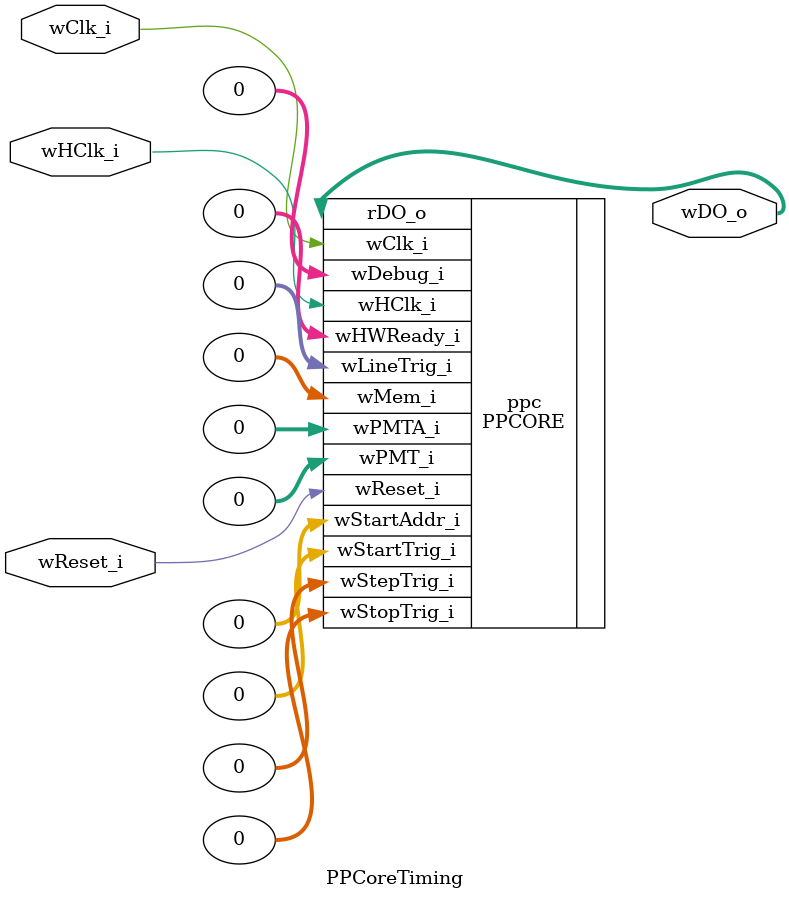
<source format=v>
`timescale 1ns / 1ps
`include "PPCORE.v"
module PPCoreTiming(
input wire wReset_i,
input wire wClk_i,
input wire wHClk_i,
output wire [7:0] wDO_o
    );

PPCORE ppc(
	 .wReset_i(wReset_i),
    .wClk_i(wClk_i),
	 .wHClk_i(wHClk_i),
	 .wStartAddr_i(0),
    .wStartTrig_i(0),
    .wStopTrig_i(0),
	 //Debug
	 .wDebug_i(0),
    .wStepTrig_i(0),
//	 output wire [1:0]  wState_o,
//	 output wire [31:0] wCmd_o,
//	 output wire [31:0] wData_o,
//	 output wire [31:0] wW_o,
//	 output wire [15:0] wI_o,
//	 output wire [15:0] wCmdPnt,
	 //memory	 
    .wMem_i(0),
//	 output wire [31:0] wMem_o,
//	 output wire wMemWE_o,
//    output wire [15:0] wMemAddr_o,
    //
	 .wLineTrig_i(0),
    .wHWReady_i(0),	 
	 //DDS
//	 output reg rDDSTrig_o,
//	 output reg [3:0]  rDDSBrdIdx_o,
//	 output reg [36:0] rAD9959Cmd_o,
//	 output reg [3:0]  rAD9959PIdx_o,
//	 output reg [33:0] rAD9910Cmd_o,	
	 //AWG
//	 output reg [15:0] rAWG9959StartAddr_o,
//	 output reg [15:0] rAWG9910StartAddr_o,
	 //Digital clicks
//	 output reg             rDCTrig_o,
//	 output reg	[15:0]		rDCStep_o,
//	 output reg  [15:0]		rDCDelay_o,
//	 output reg  				rDCHlvl_o,
//	 //Pulse picker
//	 output reg [7:0]			rPulseDelay_o,
//	 output reg [7:0]			rPulseWidth_o,
//	 output reg 				rPTrig_o,
//	 output reg					rPInit_o,
	 //PMT
	 .wPMT_i(0),
	 .wPMTA_i(0),
	 //DIO
	 .rDO_o(wDO_o)
    );


endmodule

</source>
